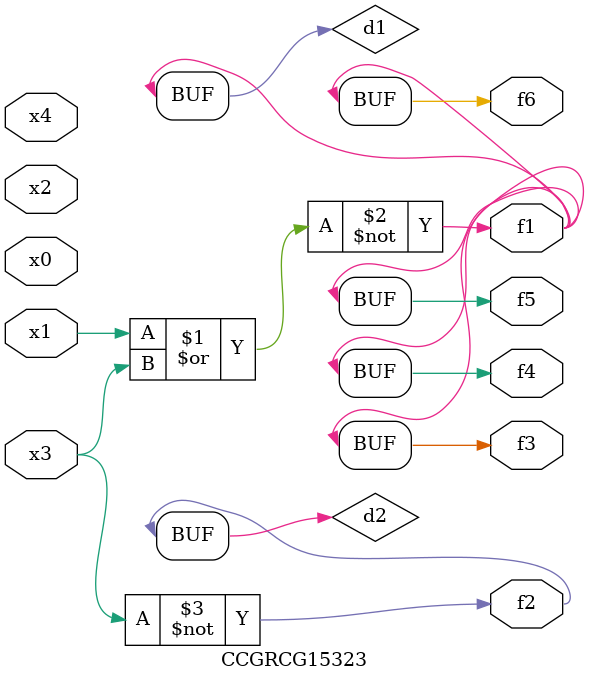
<source format=v>
module CCGRCG15323(
	input x0, x1, x2, x3, x4,
	output f1, f2, f3, f4, f5, f6
);

	wire d1, d2;

	nor (d1, x1, x3);
	not (d2, x3);
	assign f1 = d1;
	assign f2 = d2;
	assign f3 = d1;
	assign f4 = d1;
	assign f5 = d1;
	assign f6 = d1;
endmodule

</source>
